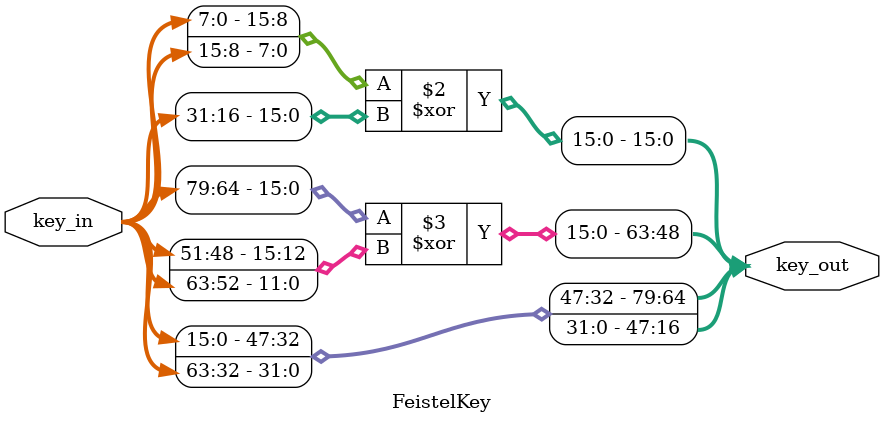
<source format=v>
module FeistelKey (input [79:0] key_in, output reg [79:0] key_out);

always @(*)  begin
 key_out[15:0]  = {key_in[7:0],key_in[15:8]} ^ key_in[31:16];
 key_out[31:16] = key_in[47:32];
 key_out[47:32] = key_in[63:48];
 key_out[63:48] = key_in[79:64] ^ {key_in[51:48],key_in[63:52]};
 key_out[79:64] = key_in[15:0];

end
endmodule

</source>
